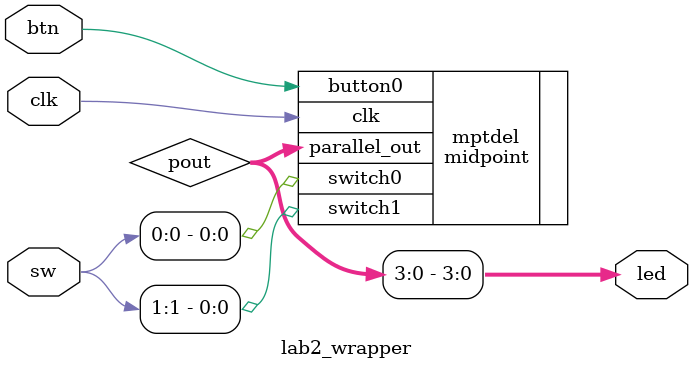
<source format=v>

module lab2_wrapper
(
    input        clk,
    input  [1:0] sw,
    input  [0:0] btn,
    output [3:0] led
);
    
    wire[7:0] pout;       // parallel output
    
    //  midpoint file
    midpoint mptdel(.clk(clk), .button0(btn[0]), .switch0(sw[0]), .switch1(sw[1]), .parallel_out(pout));

    // Assign bits of second display output to show carry out and overflow
    assign led = pout[3:0];
    
endmodule
</source>
